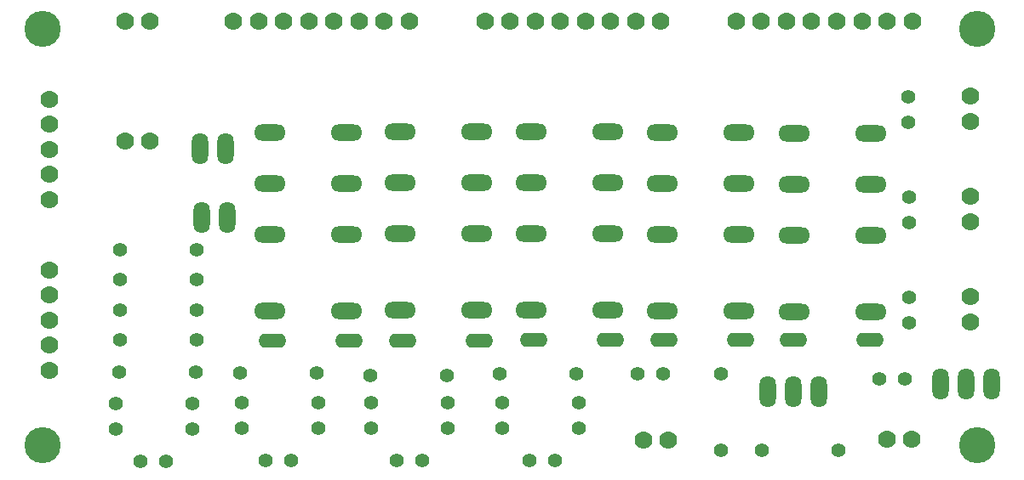
<source format=gbs>
G04 #@! TF.GenerationSoftware,KiCad,Pcbnew,(5.0.0)*
G04 #@! TF.CreationDate,2018-11-08T09:58:05+09:00*
G04 #@! TF.ProjectId,MicSwitch003,4D69635377697463683030332E6B6963,rev?*
G04 #@! TF.SameCoordinates,Original*
G04 #@! TF.FileFunction,Soldermask,Bot*
G04 #@! TF.FilePolarity,Negative*
%FSLAX46Y46*%
G04 Gerber Fmt 4.6, Leading zero omitted, Abs format (unit mm)*
G04 Created by KiCad (PCBNEW (5.0.0)) date 11/08/18 09:58:05*
%MOMM*%
%LPD*%
G01*
G04 APERTURE LIST*
%ADD10O,2.743200X1.422400*%
%ADD11O,1.625600X3.149600*%
%ADD12C,1.778000*%
%ADD13C,1.422400*%
%ADD14O,3.149600X1.625600*%
%ADD15C,3.600000*%
G04 APERTURE END LIST*
D10*
G04 #@! TO.C,D1*
X124845100Y-116038600D03*
X132465100Y-116038600D03*
G04 #@! TD*
G04 #@! TO.C,D2*
X137837100Y-116054600D03*
X145457100Y-116054600D03*
G04 #@! TD*
G04 #@! TO.C,D3*
X150867100Y-115987600D03*
X158487100Y-115987600D03*
G04 #@! TD*
G04 #@! TO.C,D4*
X163848100Y-115946600D03*
X171468100Y-115946600D03*
G04 #@! TD*
D11*
G04 #@! TO.C,DSS1*
X191331100Y-120351600D03*
X193871100Y-120351600D03*
X196411100Y-120351600D03*
G04 #@! TD*
D12*
G04 #@! TO.C,DC+5V1*
X188485100Y-125920600D03*
X185985100Y-125920600D03*
G04 #@! TD*
G04 #@! TO.C,CONTROL1*
X164266100Y-125993600D03*
X161766100Y-125993600D03*
G04 #@! TD*
D11*
G04 #@! TO.C,Q1*
X179233100Y-121172600D03*
X176693100Y-121172600D03*
X174153100Y-121172600D03*
G04 #@! TD*
D13*
G04 #@! TO.C,R1*
X169458100Y-119369600D03*
X169458100Y-126989600D03*
G04 #@! TD*
G04 #@! TO.C,R2*
X173515100Y-126993600D03*
X181135100Y-126993600D03*
G04 #@! TD*
D14*
G04 #@! TO.C,RL1*
X124599100Y-113074600D03*
X124599100Y-105454600D03*
X124599100Y-100374600D03*
X124599100Y-95294600D03*
X132219100Y-95294600D03*
X132219100Y-100374600D03*
X132219100Y-105454600D03*
X132219100Y-113074600D03*
G04 #@! TD*
G04 #@! TO.C,RL2*
X137583100Y-113063600D03*
X137583100Y-105443600D03*
X137583100Y-100363600D03*
X137583100Y-95283600D03*
X145203100Y-95283600D03*
X145203100Y-100363600D03*
X145203100Y-105443600D03*
X145203100Y-113063600D03*
G04 #@! TD*
G04 #@! TO.C,RL3*
X150621100Y-113023600D03*
X150621100Y-105403600D03*
X150621100Y-100323600D03*
X150621100Y-95243600D03*
X158241100Y-95243600D03*
X158241100Y-100323600D03*
X158241100Y-105403600D03*
X158241100Y-113023600D03*
G04 #@! TD*
G04 #@! TO.C,RL4*
X163616100Y-113070600D03*
X163616100Y-105450600D03*
X163616100Y-100370600D03*
X163616100Y-95290600D03*
X171236100Y-95290600D03*
X171236100Y-100370600D03*
X171236100Y-105450600D03*
X171236100Y-113070600D03*
G04 #@! TD*
D12*
G04 #@! TO.C,CN1-MICIN1*
X121001100Y-84203600D03*
X123501100Y-84203600D03*
X126001100Y-84203600D03*
X128501100Y-84203600D03*
X131001100Y-84203600D03*
X133501100Y-84203600D03*
X136001100Y-84203600D03*
X138501100Y-84203600D03*
G04 #@! TD*
G04 #@! TO.C,CN2-RIGHT1*
X171001100Y-84203600D03*
X173501100Y-84203600D03*
X176001100Y-84203600D03*
X178501100Y-84203600D03*
X181001100Y-84203600D03*
X183501100Y-84203600D03*
X186001100Y-84203600D03*
X188501100Y-84203600D03*
G04 #@! TD*
G04 #@! TO.C,CN3-LEFT1*
X146001100Y-84203600D03*
X148501100Y-84203600D03*
X151001100Y-84203600D03*
X153501100Y-84203600D03*
X156001100Y-84203600D03*
X158501100Y-84203600D03*
X161001100Y-84203600D03*
X163501100Y-84203600D03*
G04 #@! TD*
D14*
G04 #@! TO.C,RL5*
X176791100Y-113213600D03*
X176791100Y-105593600D03*
X176791100Y-100513600D03*
X176791100Y-95433600D03*
X184411100Y-95433600D03*
X184411100Y-100513600D03*
X184411100Y-105593600D03*
X184411100Y-113213600D03*
G04 #@! TD*
D10*
G04 #@! TO.C,D5*
X176691100Y-116003600D03*
X184311100Y-116003600D03*
G04 #@! TD*
D12*
G04 #@! TO.C,KEY-IN1*
X194301100Y-111703600D03*
X194301100Y-114203600D03*
G04 #@! TD*
G04 #@! TO.C,LEFT-KEY1*
X194301100Y-101703600D03*
X194301100Y-104203600D03*
G04 #@! TD*
G04 #@! TO.C,RIGHT-KEY1*
X194301100Y-91703600D03*
X194301100Y-94203600D03*
G04 #@! TD*
D11*
G04 #@! TO.C,KEYPAD2*
X117631100Y-96903600D03*
X120171100Y-96903600D03*
G04 #@! TD*
D12*
G04 #@! TO.C,TO-AMP*
X110201100Y-84203600D03*
X112701100Y-84203600D03*
G04 #@! TD*
G04 #@! TO.C,FROM-AMP*
X110201100Y-96203600D03*
X112701100Y-96203600D03*
G04 #@! TD*
D11*
G04 #@! TO.C,KEYPAD1*
X120371100Y-103803600D03*
X117831100Y-103803600D03*
G04 #@! TD*
D13*
G04 #@! TO.C,R3*
X117211100Y-119203600D03*
X109591100Y-119203600D03*
G04 #@! TD*
G04 #@! TO.C,R4*
X129311100Y-119303600D03*
X121691100Y-119303600D03*
G04 #@! TD*
G04 #@! TO.C,R5*
X142211100Y-119503600D03*
X134591100Y-119503600D03*
G04 #@! TD*
G04 #@! TO.C,R6*
X155111100Y-119403600D03*
X147491100Y-119403600D03*
G04 #@! TD*
G04 #@! TO.C,OK1*
X116911100Y-122333600D03*
X116911100Y-124873600D03*
X109291100Y-124873600D03*
X109291100Y-122333600D03*
G04 #@! TD*
G04 #@! TO.C,OK2*
X129411100Y-122233600D03*
X129411100Y-124773600D03*
X121791100Y-124773600D03*
X121791100Y-122233600D03*
G04 #@! TD*
G04 #@! TO.C,OK3*
X142311100Y-122233600D03*
X142311100Y-124773600D03*
X134691100Y-124773600D03*
X134691100Y-122233600D03*
G04 #@! TD*
G04 #@! TO.C,OK4*
X155311100Y-122233600D03*
X155311100Y-124773600D03*
X147691100Y-124773600D03*
X147691100Y-122233600D03*
G04 #@! TD*
D12*
G04 #@! TO.C,TO-ARUDINO1*
X102701100Y-119003600D03*
X102701100Y-116503600D03*
X102701100Y-114003600D03*
X102701100Y-111503600D03*
X102701100Y-109003600D03*
G04 #@! TD*
G04 #@! TO.C,TO-KEYPADSW1*
X102701100Y-102003600D03*
X102701100Y-99503600D03*
X102701100Y-97003600D03*
X102701100Y-94503600D03*
X102701100Y-92003600D03*
G04 #@! TD*
D13*
G04 #@! TO.C,R7*
X117311100Y-116003600D03*
X109691100Y-116003600D03*
G04 #@! TD*
G04 #@! TO.C,R8*
X117311100Y-113003600D03*
X109691100Y-113003600D03*
G04 #@! TD*
G04 #@! TO.C,R9*
X117311100Y-110003600D03*
X109691100Y-110003600D03*
G04 #@! TD*
G04 #@! TO.C,R10*
X117311100Y-107003600D03*
X109691100Y-107003600D03*
G04 #@! TD*
G04 #@! TO.C,C1*
X185231100Y-119903600D03*
X187771100Y-119903600D03*
G04 #@! TD*
G04 #@! TO.C,C2*
X163771100Y-119403600D03*
X161231100Y-119403600D03*
G04 #@! TD*
G04 #@! TO.C,C3*
X114271100Y-128103600D03*
X111731100Y-128103600D03*
G04 #@! TD*
G04 #@! TO.C,C4*
X124231100Y-128003600D03*
X126771100Y-128003600D03*
G04 #@! TD*
G04 #@! TO.C,C5*
X139771100Y-128003600D03*
X137231100Y-128003600D03*
G04 #@! TD*
G04 #@! TO.C,C6*
X152971100Y-128003600D03*
X150431100Y-128003600D03*
G04 #@! TD*
G04 #@! TO.C,C7*
X188201100Y-114273600D03*
X188201100Y-111733600D03*
G04 #@! TD*
G04 #@! TO.C,C8*
X188101100Y-94273600D03*
X188101100Y-91733600D03*
G04 #@! TD*
G04 #@! TO.C,C9*
X188201100Y-104273600D03*
X188201100Y-101733600D03*
G04 #@! TD*
D15*
G04 #@! TO.C,REF\002A\002A*
X102001100Y-126503600D03*
G04 #@! TD*
G04 #@! TO.C,REF\002A\002A*
X102001100Y-85003600D03*
G04 #@! TD*
G04 #@! TO.C,REF\002A\002A*
X195001100Y-126503600D03*
G04 #@! TD*
G04 #@! TO.C,REF\002A\002A*
X195001100Y-85003600D03*
G04 #@! TD*
M02*

</source>
